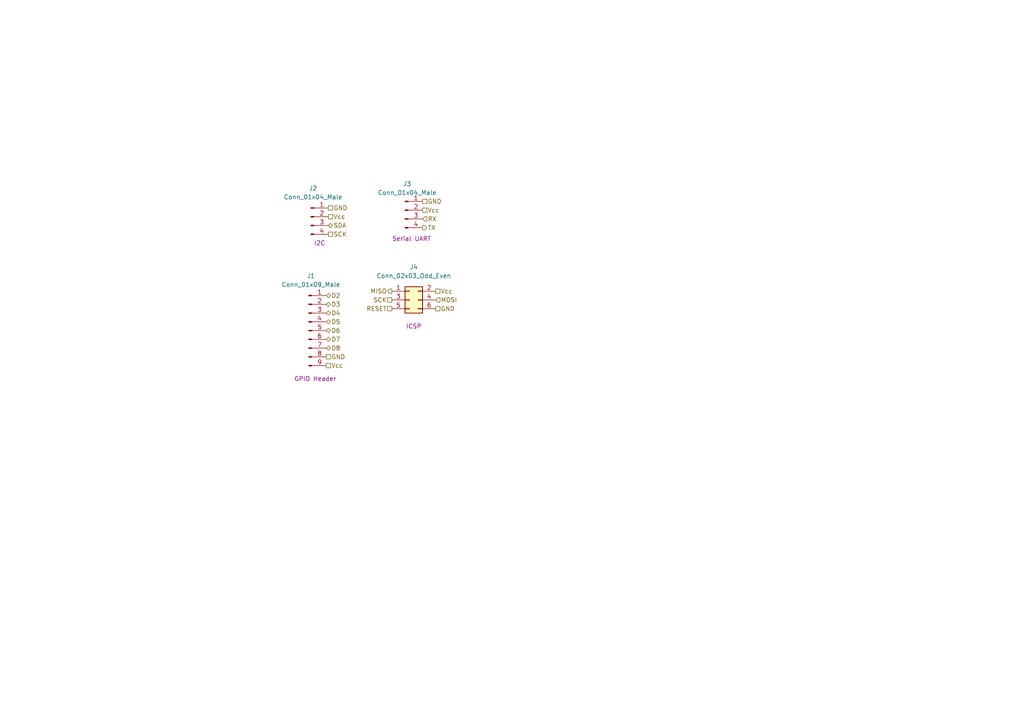
<source format=kicad_sch>
(kicad_sch (version 20211123) (generator eeschema)
  (paper "A4")
  (lib_symbols
    (symbol "Connector:Conn_01x04_Male" (pin_names (offset 1.016) hide)
      (property "Reference" "J" (at 0 5.08 0))
      (property "Value" "Conn_01x04_Male" (at 0 -7.62 0))
      (symbol "Conn_01x04_Male_1_1"
        (polyline (pts (xy 1.27 -5.08) (xy 0.8636 -5.08)) (stroke (width 0.1524)))
        (polyline (pts (xy 1.27 -2.54) (xy 0.8636 -2.54)) (stroke (width 0.1524)))
        (polyline (pts (xy 1.27 0) (xy 0.8636 0)) (stroke (width 0.1524)))
        (polyline (pts (xy 1.27 2.54) (xy 0.8636 2.54)) (stroke (width 0.1524)))
        (rectangle (start 0.8636 -4.953) (end 0 -5.207) (stroke (width 0.1524)) (fill (type outline)))
        (rectangle (start 0.8636 -2.413) (end 0 -2.667) (stroke (width 0.1524)) (fill (type outline)))
        (rectangle (start 0.8636 0.127) (end 0 -0.127) (stroke (width 0.1524)) (fill (type outline)))
        (rectangle (start 0.8636 2.667) (end 0 2.413) (stroke (width 0.1524)) (fill (type outline)))
        (pin passive line (at 5.08 2.54 180) (length 3.81) (name "Pin_1") (number "1"))
        (pin passive line (at 5.08 0 180) (length 3.81) (name "Pin_2") (number "2"))
        (pin passive line (at 5.08 -2.54 180) (length 3.81) (name "Pin_3") (number "3"))
        (pin passive line (at 5.08 -5.08 180) (length 3.81) (name "Pin_4") (number "4"))
      )
    )
    (symbol "Connector:Conn_01x09_Male" (pin_names (offset 1.016) hide)
      (property "Reference" "J" (at 0 12.7 0))
      (property "Value" "Conn_01x09_Male" (at 0 -12.7 0))
      (symbol "Conn_01x09_Male_1_1"
        (polyline (pts (xy 1.27 -10.16) (xy 0.8636 -10.16)) (stroke (width 0.1524)))
        (polyline (pts (xy 1.27 -7.62) (xy 0.8636 -7.62)) (stroke (width 0.1524)))
        (polyline (pts (xy 1.27 -5.08) (xy 0.8636 -5.08)) (stroke (width 0.1524)))
        (polyline (pts (xy 1.27 -2.54) (xy 0.8636 -2.54)) (stroke (width 0.1524)))
        (polyline (pts (xy 1.27 0) (xy 0.8636 0)) (stroke (width 0.1524)))
        (polyline (pts (xy 1.27 2.54) (xy 0.8636 2.54)) (stroke (width 0.1524)))
        (polyline (pts (xy 1.27 5.08) (xy 0.8636 5.08)) (stroke (width 0.1524)))
        (polyline (pts (xy 1.27 7.62) (xy 0.8636 7.62)) (stroke (width 0.1524)))
        (polyline (pts (xy 1.27 10.16) (xy 0.8636 10.16)) (stroke (width 0.1524)))
        (rectangle (start 0.8636 -10.033) (end 0 -10.287) (stroke (width 0.1524)) (fill (type outline)))
        (rectangle (start 0.8636 -7.493) (end 0 -7.747) (stroke (width 0.1524)) (fill (type outline)))
        (rectangle (start 0.8636 -4.953) (end 0 -5.207) (stroke (width 0.1524)) (fill (type outline)))
        (rectangle (start 0.8636 -2.413) (end 0 -2.667) (stroke (width 0.1524)) (fill (type outline)))
        (rectangle (start 0.8636 0.127) (end 0 -0.127) (stroke (width 0.1524)) (fill (type outline)))
        (rectangle (start 0.8636 2.667) (end 0 2.413) (stroke (width 0.1524)) (fill (type outline)))
        (rectangle (start 0.8636 5.207) (end 0 4.953) (stroke (width 0.1524)) (fill (type outline)))
        (rectangle (start 0.8636 7.747) (end 0 7.493) (stroke (width 0.1524)) (fill (type outline)))
        (rectangle (start 0.8636 10.287) (end 0 10.033) (stroke (width 0.1524)) (fill (type outline)))
        (pin passive line (at 5.08 10.16 180) (length 3.81) (name "Pin_1") (number "1"))
        (pin passive line (at 5.08 7.62 180) (length 3.81) (name "Pin_2") (number "2"))
        (pin passive line (at 5.08 5.08 180) (length 3.81) (name "Pin_3") (number "3"))
        (pin passive line (at 5.08 2.54 180) (length 3.81) (name "Pin_4") (number "4"))
        (pin passive line (at 5.08 0 180) (length 3.81) (name "Pin_5") (number "5"))
        (pin passive line (at 5.08 -2.54 180) (length 3.81) (name "Pin_6") (number "6"))
        (pin passive line (at 5.08 -5.08 180) (length 3.81) (name "Pin_7") (number "7"))
        (pin passive line (at 5.08 -7.62 180) (length 3.81) (name "Pin_8") (number "8"))
        (pin passive line (at 5.08 -10.16 180) (length 3.81) (name "Pin_9") (number "9"))
      )
    )
    (symbol "Connector_Generic:Conn_02x03_Odd_Even" (pin_names (offset 1.016) hide)
      (property "Reference" "J" (at 1.27 5.08 0))
      (property "Value" "Conn_02x03_Odd_Even" (at 1.27 -5.08 0))
      (symbol "Conn_02x03_Odd_Even_1_1"
        (rectangle (start -1.27 -2.413) (end 0 -2.667) (stroke (width 0.1524)))
        (rectangle (start -1.27 0.127) (end 0 -0.127) (stroke (width 0.1524)))
        (rectangle (start -1.27 2.667) (end 0 2.413) (stroke (width 0.1524)))
        (rectangle (start -1.27 3.81) (end 3.81 -3.81) (stroke (width 0.254)) (fill (type background)))
        (rectangle (start 3.81 -2.413) (end 2.54 -2.667) (stroke (width 0.1524)))
        (rectangle (start 3.81 0.127) (end 2.54 -0.127) (stroke (width 0.1524)))
        (rectangle (start 3.81 2.667) (end 2.54 2.413) (stroke (width 0.1524)))
        (pin passive line (at -5.08 2.54 0) (length 3.81) (name "Pin_1") (number "1"))
        (pin passive line (at 7.62 2.54 180) (length 3.81) (name "Pin_2") (number "2"))
        (pin passive line (at -5.08 0 0) (length 3.81) (name "Pin_3") (number "3"))
        (pin passive line (at 7.62 0 180) (length 3.81) (name "Pin_4") (number "4"))
        (pin passive line (at -5.08 -2.54 0) (length 3.81) (name "Pin_5") (number "5"))
        (pin passive line (at 7.62 -2.54 180) (length 3.81) (name "Pin_6") (number "6"))
      )
    )
  )
  (hierarchical_label "Vcc" (shape passive) (at 122.555 60.96 0))
  (hierarchical_label "D7" (shape bidirectional) (at 94.615 98.425 0))
  (hierarchical_label "D6" (shape bidirectional) (at 94.615 95.885 0))
  (hierarchical_label "SCK" (shape passive) (at 113.665 86.995 180))
  (hierarchical_label "MOSI" (shape input) (at 126.365 86.995 0))
  (hierarchical_label "TX" (shape output) (at 122.555 66.04 0))
  (hierarchical_label "GND" (shape passive) (at 94.615 103.505 0))
  (hierarchical_label "GND" (shape passive) (at 122.555 58.42 0))
  (hierarchical_label "RX" (shape input) (at 122.555 63.5 0))
  (hierarchical_label "Vcc" (shape passive) (at 94.615 106.045 0))
  (hierarchical_label "Vcc" (shape passive) (at 95.25 62.865 0))
  (hierarchical_label "SCK" (shape passive) (at 95.25 67.945 0))
  (hierarchical_label "MISO" (shape output) (at 113.665 84.455 180))
  (hierarchical_label "SDA" (shape bidirectional) (at 95.25 65.405 0))
  (hierarchical_label "RESET" (shape passive) (at 113.665 89.535 180))
  (hierarchical_label "Vcc" (shape passive) (at 126.365 84.455 0))
  (hierarchical_label "GND" (shape passive) (at 126.365 89.535 0))
  (hierarchical_label "D5" (shape bidirectional) (at 94.615 93.345 0))
  (hierarchical_label "D3" (shape bidirectional) (at 94.615 88.265 0))
  (hierarchical_label "D2" (shape bidirectional) (at 94.615 85.725 0))
  (hierarchical_label "D4" (shape bidirectional) (at 94.615 90.805 0))
  (hierarchical_label "GND" (shape passive) (at 95.25 60.325 0))
  (hierarchical_label "D8" (shape bidirectional) (at 94.615 100.965 0))
  (symbol (lib_id "Connector_Generic:Conn_02x03_Odd_Even") (at 118.745 86.995 0) (unit 1)
    (property "Reference" "J4" (at 120.015 77.47 0))
    (property "Value" "Conn_02x03_Odd_Even" (at 120.015 80.01 0))
    (property "Footprint" "Connector_PinSocket_2.54mm:PinSocket_2x03_P2.54mm_Vertical" (effects hide))
    (property "Purpose" "ICSP" (at 120.015 94.615 0))
  )
  (symbol (lib_id "Connector:Conn_01x04_Male") (at 117.475 60.96 0) (unit 1)
    (property "Reference" "J3" (at 118.11 53.34 0))
    (property "Value" "Conn_01x04_Male" (at 118.11 55.88 0))
    (property "Footprint" "Connector_PinHeader_2.54mm:PinHeader_1x04_P2.54mm_Vertical" (effects hide))
    (property "Purpose" "Serial UART" (at 119.38 69.215 0))
  )
  (symbol (lib_id "Connector:Conn_01x09_Male") (at 89.535 95.885 0) (unit 1)
    (property "Reference" "J1" (at 90.17 80.01 0))
    (property "Value" "Conn_01x09_Male" (at 90.17 82.55 0))
    (property "Footprint" "Connector_PinSocket_2.54mm:PinSocket_1x09_P2.54mm_Vertical" (effects hide))
    (property "Purpose" "GPIO Header" (at 91.44 109.855 0))
  )
  (symbol (lib_id "Connector:Conn_01x04_Male") (at 90.17 62.865 0) (unit 1)
    (property "Reference" "J2" (at 90.805 54.61 0))
    (property "Value" "Conn_01x04_Male" (at 90.805 57.15 0))
    (property "Footprint" "Connector_PinHeader_2.54mm:PinHeader_1x04_P2.54mm_Vertical" (effects hide))
    (property "Purpose" "I2C" (at 92.71 70.485 0))
  )
)
</source>
